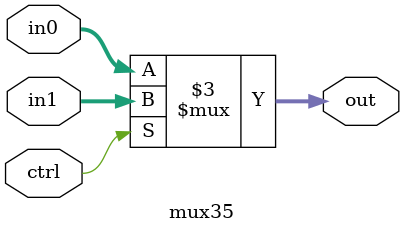
<source format=v>
module mux35 (

	input[34:0] in0,in1,
	input ctrl,

	output reg [34:0] out
);

always @(*) begin

	if(ctrl) begin
		out <=in1;
	end else begin 
		out <= in0;
	end
end

endmodule
</source>
